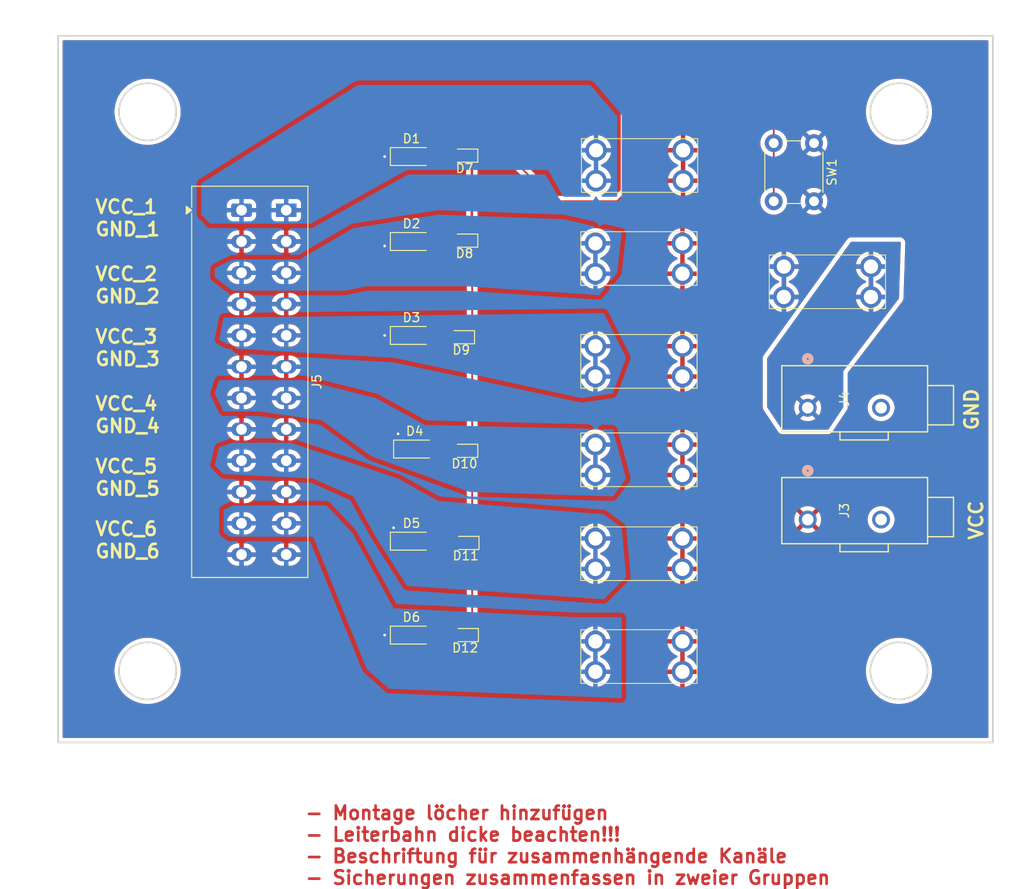
<source format=kicad_pcb>
(kicad_pcb (version 20241229) (generator "pcbnew") (generator_version "9.0")
  (layers (0 "F.Cu" signal) (2 "B.Cu" signal) (13 "F.Paste" user) (15 "B.Paste" user) (5 "F.SilkS" user "F.Silkscreen") (7 "B.SilkS" user "B.Silkscreen") (1 "F.Mask" user) (3 "B.Mask" user) (25 "Edge.Cuts" user))
  (net 0 "")
  (net 1 "/LED1")
  (net 2 "/LED2")
  (net 3 "/LED3")
  (net 4 "/LED4")
  (net 5 "/LED5")
  (net 6 "/LED6")
  (net 7 "GND")
  (net 8 "Net-(F7-B)")
  (net 9 "VCC")
  (net 10 "Net-(D10-K)")
  (net 11 "Net-(D1-OUT)")
  (net 12 "Net-(D2-OUT)")
  (net 13 "Net-(D3-OUT)")
  (net 14 "Net-(D10-A)")
  (net 15 "Net-(D11-A)")
  (net 16 "Net-(D12-A)")
  (footprint "Connector_Wago:CONN_2616-1101_WAG" (layer "F.Cu") (at 179.8 88.0834 90)
    (property "Reference" "J3" (at 1 4.099999 90) (layer "F.SilkS"))
    (property "Value" "Conn_01x01_Socket")
    (fp_line (start 4.7 -2.9) (end 4.7 13.400001) (stroke (width 0.1524)) (layer "F.SilkS"))
    (fp_line (start -2.700001 -2.9) (end 4.7 -2.9) (stroke (width 0.1524)) (layer "F.SilkS"))
    (fp_line (start -2.7 3.600003) (end -3.600001 3.600003) (stroke (width 0.1524)) (layer "F.SilkS"))
    (fp_line (start -2.7 9.000002) (end -3.600001 9.000002) (stroke (width 0.1524)) (layer "F.SilkS"))
    (fp_line (start -3.600001 9.000002) (end -3.600001 3.600003) (stroke (width 0.1524)) (layer "F.SilkS"))
    (fp_line (start 2.479997 13.400001) (end 2.479997 16.3) (stroke (width 0.1524)) (layer "F.SilkS"))
    (fp_line (start -1.920002 13.400001) (end -1.920002 16.3) (stroke (width 0.1524)) (layer "F.SilkS"))
    (fp_line (start -2.700001 13.400001) (end -2.700001 -2.9) (stroke (width 0.1524)) (layer "F.SilkS"))
    (fp_line (start -2.700001 13.400001) (end 4.7 13.400001) (stroke (width 0.1524)) (layer "F.SilkS"))
    (fp_line (start -1.920002 16.3) (end 2.479997 16.3) (stroke (width 0.1524)) (layer "F.SilkS"))
    (fp_circle (center 5.462 0) (end 5.843 0) (stroke (width 0.508)) (fill no) (layer "F.SilkS"))
    (fp_circle (center 5.462 0) (end 5.843 0) (stroke (width 0.508)) (fill no) (layer "B.SilkS"))
    (pad "1" thru_hole circle (at 0 0 90) (size 2 2) (drill 1.3) (layers "*.Cu" "*.Mask") (net 9 "VCC"))
    (pad "2" thru_hole circle (at 0 8.199999 90) (size 2 2) (drill 1.3) (layers "*.Cu" "*.Mask"))
  )
  (footprint "Diode_SMD:D_SOD-123" (layer "F.Cu") (at 135.5 67.5)
    (property "Reference" "D3" (at 0 -2 0) (layer "F.SilkS"))
    (property "Value" "~")
    (fp_line (start -2.36 -1) (end -2.36 1) (stroke (width 0.12)) (layer "F.SilkS"))
    (fp_line (start -2.36 -1) (end 1.65 -1) (stroke (width 0.12)) (layer "F.SilkS"))
    (fp_line (start -2.36 1) (end 1.65 1) (stroke (width 0.12)) (layer "F.SilkS"))
    (pad "1" smd roundrect (at -1.65 0) (size 0.9 1.2) (layers "F.Cu" "F.Mask" "F.Paste") (net 3 "/LED3"))
    (pad "2" smd roundrect (at 1.65 0) (size 0.9 1.2) (layers "F.Cu" "F.Mask" "F.Paste") (net 13 "Net-(D3-OUT)"))
  )
  (footprint "LED_SMD:LED_0603_1608Metric" (layer "F.Cu") (at 141.065 67.7 180)
    (property "Reference" "D9" (at 0 -1.43 0) (layer "F.SilkS"))
    (property "Value" "LED")
    (fp_line (start 0.8 -0.735) (end -1.485 -0.735) (stroke (width 0.12)) (layer "F.SilkS"))
    (fp_line (start -1.485 0.735) (end 0.8 0.735) (stroke (width 0.12)) (layer "F.SilkS"))
    (fp_line (start -1.485 -0.735) (end -1.485 0.735) (stroke (width 0.12)) (layer "F.SilkS"))
    (pad "1" smd roundrect (at -0.7875 0 180) (size 0.875 0.95) (layers "F.Cu" "F.Mask" "F.Paste") (net 10 "Net-(D10-K)"))
    (pad "2" smd roundrect (at 0.7875 0 180) (size 0.875 0.95) (layers "F.Cu" "F.Mask" "F.Paste") (net 13 "Net-(D3-OUT)"))
  )
  (footprint "Diode_SMD:D_SOD-123" (layer "F.Cu") (at 135.5 47.5)
    (property "Reference" "D1" (at 0 -2 0) (layer "F.SilkS"))
    (property "Value" "~")
    (fp_line (start -2.36 -1) (end -2.36 1) (stroke (width 0.12)) (layer "F.SilkS"))
    (fp_line (start -2.36 -1) (end 1.65 -1) (stroke (width 0.12)) (layer "F.SilkS"))
    (fp_line (start -2.36 1) (end 1.65 1) (stroke (width 0.12)) (layer "F.SilkS"))
    (pad "1" smd roundrect (at -1.65 0) (size 0.9 1.2) (layers "F.Cu" "F.Mask" "F.Paste") (net 1 "/LED1"))
    (pad "2" smd roundrect (at 1.65 0) (size 0.9 1.2) (layers "F.Cu" "F.Mask" "F.Paste") (net 11 "Net-(D1-OUT)"))
  )
  (footprint "Diode_SMD:D_SOD-123" (layer "F.Cu") (at 135.5 57)
    (property "Reference" "D2" (at 0 -2 0) (layer "F.SilkS"))
    (property "Value" "~")
    (fp_line (start -2.36 -1) (end -2.36 1) (stroke (width 0.12)) (layer "F.SilkS"))
    (fp_line (start -2.36 -1) (end 1.65 -1) (stroke (width 0.12)) (layer "F.SilkS"))
    (fp_line (start -2.36 1) (end 1.65 1) (stroke (width 0.12)) (layer "F.SilkS"))
    (pad "1" smd roundrect (at -1.65 0) (size 0.9 1.2) (layers "F.Cu" "F.Mask" "F.Paste") (net 2 "/LED2"))
    (pad "2" smd roundrect (at 1.65 0) (size 0.9 1.2) (layers "F.Cu" "F.Mask" "F.Paste") (net 12 "Net-(D2-OUT)"))
  )
  (footprint "Fuse:Fuse_Blade" (layer "F.Cu") (at 160.93 81.4)
    (property "Reference" "F4" (hide yes))
    (property "Value" "~" (hide yes))
    (fp_rect (start -6.5 -3) (end 6.5 3) (stroke (width 0.1)) (fill no) (layer "F.SilkS"))
    (pad "1" thru_hole circle (at -4.865 -1.7 270) (size 2.4 2.4) (drill 1.6) (layers "*.Cu" "F.Mask" "F.Paste") (net 4 "/LED4"))
    (pad "1" thru_hole circle (at -4.865 1.7 90) (size 2.4 2.4) (drill 1.6) (layers "*.Cu" "F.Mask" "F.Paste") (net 4 "/LED4"))
    (pad "2" thru_hole circle (at 4.865 -1.7 270) (size 2.4 2.4) (drill 1.6) (layers "*.Cu" "F.Mask" "F.Paste") (net 9 "VCC"))
    (pad "2" thru_hole circle (at 4.865 1.7 90) (size 2.4 2.4) (drill 1.6) (layers "*.Cu" "F.Mask" "F.Paste") (net 9 "VCC"))
  )
  (footprint "Fuse:Fuse_Blade" (layer "F.Cu") (at 160.93 58.9)
    (property "Reference" "F2" (hide yes))
    (property "Value" "~" (hide yes))
    (fp_rect (start -6.5 -3) (end 6.5 3) (stroke (width 0.1)) (fill no) (layer "F.SilkS"))
    (pad "1" thru_hole circle (at -4.865 -1.7 270) (size 2.4 2.4) (drill 1.6) (layers "*.Cu" "F.Mask" "F.Paste") (net 2 "/LED2"))
    (pad "1" thru_hole circle (at -4.865 1.7 90) (size 2.4 2.4) (drill 1.6) (layers "*.Cu" "F.Mask" "F.Paste") (net 2 "/LED2"))
    (pad "2" thru_hole circle (at 4.865 -1.7 270) (size 2.4 2.4) (drill 1.6) (layers "*.Cu" "F.Mask" "F.Paste") (net 9 "VCC"))
    (pad "2" thru_hole circle (at 4.865 1.7 90) (size 2.4 2.4) (drill 1.6) (layers "*.Cu" "F.Mask" "F.Paste") (net 9 "VCC"))
  )
  (footprint "LED_SMD:LED_0603_1608Metric" (layer "F.Cu") (at 141.43 80.4 180)
    (property "Reference" "D10" (at 0 -1.43 0) (layer "F.SilkS"))
    (property "Value" "LED")
    (fp_line (start 0.8 -0.735) (end -1.485 -0.735) (stroke (width 0.12)) (layer "F.SilkS"))
    (fp_line (start -1.485 0.735) (end 0.8 0.735) (stroke (width 0.12)) (layer "F.SilkS"))
    (fp_line (start -1.485 -0.735) (end -1.485 0.735) (stroke (width 0.12)) (layer "F.SilkS"))
    (pad "1" smd roundrect (at -0.7875 0 180) (size 0.875 0.95) (layers "F.Cu" "F.Mask" "F.Paste") (net 10 "Net-(D10-K)"))
    (pad "2" smd roundrect (at 0.7875 0 180) (size 0.875 0.95) (layers "F.Cu" "F.Mask" "F.Paste") (net 14 "Net-(D10-A)"))
  )
  (footprint "LED_SMD:LED_0603_1608Metric" (layer "F.Cu") (at 141.5 101 180)
    (property "Reference" "D12" (at 0 -1.43 0) (layer "F.SilkS"))
    (property "Value" "LED")
    (fp_line (start 0.8 -0.735) (end -1.485 -0.735) (stroke (width 0.12)) (layer "F.SilkS"))
    (fp_line (start -1.485 0.735) (end 0.8 0.735) (stroke (width 0.12)) (layer "F.SilkS"))
    (fp_line (start -1.485 -0.735) (end -1.485 0.735) (stroke (width 0.12)) (layer "F.SilkS"))
    (pad "1" smd roundrect (at -0.7875 0 180) (size 0.875 0.95) (layers "F.Cu" "F.Mask" "F.Paste") (net 10 "Net-(D10-K)"))
    (pad "2" smd roundrect (at 0.7875 0 180) (size 0.875 0.95) (layers "F.Cu" "F.Mask" "F.Paste") (net 16 "Net-(D12-A)"))
  )
  (footprint "Fuse:Fuse_Blade" (layer "F.Cu") (at 161 48.5)
    (property "Reference" "F1" (hide yes))
    (property "Value" "Fuse_Blade" (hide yes))
    (fp_rect (start -6.5 -3) (end 6.5 3) (stroke (width 0.1)) (fill no) (layer "F.SilkS"))
    (pad "1" thru_hole circle (at -4.865 -1.7 270) (size 2.4 2.4) (drill 1.6) (layers "*.Cu" "F.Mask" "F.Paste") (net 1 "/LED1"))
    (pad "1" thru_hole circle (at -4.865 1.7 90) (size 2.4 2.4) (drill 1.6) (layers "*.Cu" "F.Mask" "F.Paste") (net 1 "/LED1"))
    (pad "2" thru_hole circle (at 4.865 -1.7 270) (size 2.4 2.4) (drill 1.6) (layers "*.Cu" "F.Mask" "F.Paste") (net 9 "VCC"))
    (pad "2" thru_hole circle (at 4.865 1.7 90) (size 2.4 2.4) (drill 1.6) (layers "*.Cu" "F.Mask" "F.Paste") (net 9 "VCC"))
  )
  (footprint "Button_Switch_THT:SW_PUSH_6mm_H4.3mm" (layer "F.Cu") (at 180.5 46 -90)
    (property "Reference" "SW1" (at 3.25 -2 90) (layer "F.SilkS"))
    (property "Value" "SW_Push")
    (fp_line (start 1 5.5) (end 5.5 5.5) (stroke (width 0.12)) (layer "F.SilkS"))
    (fp_line (start 6.75 3) (end 6.75 1.5) (stroke (width 0.12)) (layer "F.SilkS"))
    (fp_line (start -0.25 1.5) (end -0.25 3) (stroke (width 0.12)) (layer "F.SilkS"))
    (fp_line (start 5.5 -1) (end 1 -1) (stroke (width 0.12)) (layer "F.SilkS"))
    (pad "1" thru_hole circle (at 0 0) (size 2 2) (drill 1.1) (layers "*.Cu" "*.Mask") (net 7 "GND"))
    (pad "1" thru_hole circle (at 6.5 0) (size 2 2) (drill 1.1) (layers "*.Cu" "*.Mask") (net 7 "GND"))
    (pad "2" thru_hole circle (at 0 4.5) (size 2 2) (drill 1.1) (layers "*.Cu" "*.Mask") (net 10 "Net-(D10-K)"))
    (pad "2" thru_hole circle (at 6.5 4.5) (size 2 2) (drill 1.1) (layers "*.Cu" "*.Mask") (net 10 "Net-(D10-K)"))
  )
  (footprint "Fuse:Fuse_Blade" (layer "F.Cu") (at 160.93 70.4)
    (property "Reference" "F3" (hide yes))
    (property "Value" "~" (hide yes))
    (fp_rect (start -6.5 -3) (end 6.5 3) (stroke (width 0.1)) (fill no) (layer "F.SilkS"))
    (pad "1" thru_hole circle (at -4.865 -1.7 270) (size 2.4 2.4) (drill 1.6) (layers "*.Cu" "F.Mask" "F.Paste") (net 3 "/LED3"))
    (pad "1" thru_hole circle (at -4.865 1.7 90) (size 2.4 2.4) (drill 1.6) (layers "*.Cu" "F.Mask" "F.Paste") (net 3 "/LED3"))
    (pad "2" thru_hole circle (at 4.865 -1.7 270) (size 2.4 2.4) (drill 1.6) (layers "*.Cu" "F.Mask" "F.Paste") (net 9 "VCC"))
    (pad "2" thru_hole circle (at 4.865 1.7 90) (size 2.4 2.4) (drill 1.6) (layers "*.Cu" "F.Mask" "F.Paste") (net 9 "VCC"))
  )
  (footprint "Diode_SMD:D_SOD-123" (layer "F.Cu") (at 135.5 90.5)
    (property "Reference" "D5" (at 0 -2 0) (layer "F.SilkS"))
    (property "Value" "~")
    (fp_line (start -2.36 -1) (end -2.36 1) (stroke (width 0.12)) (layer "F.SilkS"))
    (fp_line (start -2.36 -1) (end 1.65 -1) (stroke (width 0.12)) (layer "F.SilkS"))
    (fp_line (start -2.36 1) (end 1.65 1) (stroke (width 0.12)) (layer "F.SilkS"))
    (pad "1" smd roundrect (at -1.65 0) (size 0.9 1.2) (layers "F.Cu" "F.Mask" "F.Paste") (net 5 "/LED5"))
    (pad "2" smd roundrect (at 1.65 0) (size 0.9 1.2) (layers "F.Cu" "F.Mask" "F.Paste") (net 15 "Net-(D11-A)"))
  )
  (footprint "Fuse:Fuse_Blade" (layer "F.Cu") (at 182 61.5)
    (property "Reference" "F7" (hide yes))
    (property "Value" "~" (hide yes))
    (fp_rect (start -6.5 -3) (end 6.5 3) (stroke (width 0.1)) (fill no) (layer "F.SilkS"))
    (pad "1" thru_hole circle (at -4.865 -1.7 270) (size 2.4 2.4) (drill 1.6) (layers "*.Cu" "F.Mask" "F.Paste") (net 7 "GND"))
    (pad "1" thru_hole circle (at -4.865 1.7 90) (size 2.4 2.4) (drill 1.6) (layers "*.Cu" "F.Mask" "F.Paste") (net 7 "GND"))
    (pad "2" thru_hole circle (at 4.865 -1.7 270) (size 2.4 2.4) (drill 1.6) (layers "*.Cu" "F.Mask" "F.Paste") (net 8 "Net-(F7-B)"))
    (pad "2" thru_hole circle (at 4.865 1.7 90) (size 2.4 2.4) (drill 1.6) (layers "*.Cu" "F.Mask" "F.Paste") (net 8 "Net-(F7-B)"))
  )
  (footprint "Diode_SMD:D_SOD-123" (layer "F.Cu") (at 135.5 101)
    (property "Reference" "D6" (at 0 -2 0) (layer "F.SilkS"))
    (property "Value" "~")
    (fp_line (start -2.36 -1) (end -2.36 1) (stroke (width 0.12)) (layer "F.SilkS"))
    (fp_line (start -2.36 -1) (end 1.65 -1) (stroke (width 0.12)) (layer "F.SilkS"))
    (fp_line (start -2.36 1) (end 1.65 1) (stroke (width 0.12)) (layer "F.SilkS"))
    (pad "1" smd roundrect (at -1.65 0) (size 0.9 1.2) (layers "F.Cu" "F.Mask" "F.Paste") (net 6 "/LED6"))
    (pad "2" smd roundrect (at 1.65 0) (size 0.9 1.2) (layers "F.Cu" "F.Mask" "F.Paste") (net 16 "Net-(D12-A)"))
  )
  (footprint "Fuse:Fuse_Blade" (layer "F.Cu") (at 160.93 91.9)
    (property "Reference" "F5" (hide yes))
    (property "Value" "~" (hide yes))
    (fp_rect (start -6.5 -3) (end 6.5 3) (stroke (width 0.1)) (fill no) (layer "F.SilkS"))
    (pad "1" thru_hole circle (at -4.865 -1.7 270) (size 2.4 2.4) (drill 1.6) (layers "*.Cu" "F.Mask" "F.Paste") (net 5 "/LED5"))
    (pad "1" thru_hole circle (at -4.865 1.7 90) (size 2.4 2.4) (drill 1.6) (layers "*.Cu" "F.Mask" "F.Paste") (net 5 "/LED5"))
    (pad "2" thru_hole circle (at 4.865 -1.7 270) (size 2.4 2.4) (drill 1.6) (layers "*.Cu" "F.Mask" "F.Paste") (net 9 "VCC"))
    (pad "2" thru_hole circle (at 4.865 1.7 90) (size 2.4 2.4) (drill 1.6) (layers "*.Cu" "F.Mask" "F.Paste") (net 9 "VCC"))
  )
  (footprint "TerminalBlock_WAGO:TerminalBlock_WAGO_2601-3112_1x12_P3.50mm_Vertical" (layer "F.Cu") (at 116.5 53.5 -90)
    (property "Reference" "J5" (at 19.19 -8.42 90) (layer "F.SilkS"))
    (property "Value" "Conn_01x12_Socket")
    (fp_line (start -2.68 5.57) (end -2.68 -7.42) (stroke (width 0.12)) (layer "F.SilkS"))
    (fp_line (start -0.3 5.57) (end -2.68 5.57) (stroke (width 0.12)) (layer "F.SilkS"))
    (fp_line (start 41.06 5.57) (end 0.3 5.57) (stroke (width 0.12)) (layer "F.SilkS"))
    (fp_line (start -2.68 -7.42) (end 41.06 -7.42) (stroke (width 0.12)) (layer "F.SilkS"))
    (fp_line (start 41.06 -7.42) (end 41.06 5.57) (stroke (width 0.12)) (layer "F.SilkS"))
    (fp_poly (pts (xy 0 5.57) (xy 0.44 6.18) (xy -0.44 6.18)) (stroke (width 0.12)) (fill yes) (layer "F.SilkS"))
    (pad "1" thru_hole rect (at 0 -5 270) (size 1.5 2.3) (drill 1.2) (layers "*.Cu" "*.Mask") (net 1 "/LED1"))
    (pad "1" thru_hole roundrect (at 0 0 270) (size 1.5 2.3) (drill 1.2) (layers "*.Cu" "*.Mask") (roundrect_rratio 0.166667) (net 1 "/LED1"))
    (pad "2" thru_hole oval (at 3.5 -5 270) (size 1.5 2.3) (drill 1.2) (layers "*.Cu" "*.Mask") (net 7 "GND"))
    (pad "2" thru_hole oval (at 3.5 0 270) (size 1.5 2.3) (drill 1.2) (layers "*.Cu" "*.Mask") (net 7 "GND"))
    (pad "3" thru_hole oval (at 7 -5 270) (size 1.5 2.3) (drill 1.2) (layers "*.Cu" "*.Mask") (net 2 "/LED2"))
    (pad "3" thru_hole oval (at 7 0 270) (size 1.5 2.3) (drill 1.2) (layers "*.Cu" "*.Mask") (net 2 "/LED2"))
    (pad "4" thru_hole oval (at 10.5 -5 270) (size 1.5 2.3) (drill 1.2) (layers "*.Cu" "*.Mask") (net 7 "GND"))
    (pad "4" thru_hole oval (at 10.5 0 270) (size 1.5 2.3) (drill 1.2) (layers "*.Cu" "*.Mask") (net 7 "GND"))
    (pad "5" thru_hole oval (at 14 -5 270) (size 1.5 2.3) (drill 1.2) (layers "*.Cu" "*.Mask") (net 3 "/LED3"))
    (pad "5" thru_hole oval (at 14 0 270) (size 1.5 2.3) (drill 1.2) (layers "*.Cu" "*.Mask") (net 3 "/LED3"))
    (pad "6" thru_hole oval (at 17.5 -5 270) (size 1.5 2.3) (drill 1.2) (layers "*.Cu" "*.Mask") (net 7 "GND"))
    (pad "6" thru_hole oval (at 17.5 0 270) (size 1.5 2.3) (drill 1.2) (layers "*.Cu" "*.Mask") (net 7 "GND"))
    (pad "7" thru_hole oval (at 21 -5 270) (size 1.5 2.3) (drill 1.2) (layers "*.Cu" "*.Mask") (net 4 "/LED4"))
    (pad "7" thru_hole oval (at 21 0 270) (size 1.5 2.3) (drill 1.2) (layers "*.Cu" "*.Mask") (net 4 "/LED4"))
    (pad "8" thru_hole oval (at 24.5 -5 270) (size 1.5 2.3) (drill 1.2) (layers "*.Cu" "*.Mask") (net 7 "GND"))
    (pad "8" thru_hole oval (at 24.5 0 270) (size 1.5 2.3) (drill 1.2) (layers "*.Cu" "*.Mask") (net 7 "GND"))
    (pad "9" thru_hole oval (at 28 -5 270) (size 1.5 2.3) (drill 1.2) (layers "*.Cu" "*.Mask") (net 5 "/LED5"))
    (pad "9" thru_hole oval (at 28 0 270) (size 1.5 2.3) (drill 1.2) (layers "*.Cu" "*.Mask") (net 5 "/LED5"))
    (pad "10" thru_hole oval (at 31.5 -5 270) (size 1.5 2.3) (drill 1.2) (layers "*.Cu" "*.Mask") (net 7 "GND"))
    (pad "10" thru_hole oval (at 31.5 0 270) (size 1.5 2.3) (drill 1.2) (layers "*.Cu" "*.Mask") (net 7 "GND"))
    (pad "11" thru_hole oval (at 35 -5 270) (size 1.5 2.3) (drill 1.2) (layers "*.Cu" "*.Mask") (net 6 "/LED6"))
    (pad "11" thru_hole oval (at 35 0 270) (size 1.5 2.3) (drill 1.2) (layers "*.Cu" "*.Mask") (net 6 "/LED6"))
    (pad "12" thru_hole oval (at 38.5 -5 270) (size 1.5 2.3) (drill 1.2) (layers "*.Cu" "*.Mask") (net 7 "GND"))
    (pad "12" thru_hole oval (at 38.5 0 270) (size 1.5 2.3) (drill 1.2) (layers "*.Cu" "*.Mask") (net 7 "GND"))
  )
  (footprint "LED_SMD:LED_0603_1608Metric" (layer "F.Cu") (at 141.43 56.9 180)
    (property "Reference" "D8" (at 0 -1.43 0) (layer "F.SilkS"))
    (property "Value" "LED")
    (fp_line (start 0.8 -0.735) (end -1.485 -0.735) (stroke (width 0.12)) (layer "F.SilkS"))
    (fp_line (start -1.485 0.735) (end 0.8 0.735) (stroke (width 0.12)) (layer "F.SilkS"))
    (fp_line (start -1.485 -0.735) (end -1.485 0.735) (stroke (width 0.12)) (layer "F.SilkS"))
    (pad "1" smd roundrect (at -0.7875 0 180) (size 0.875 0.95) (layers "F.Cu" "F.Mask" "F.Paste") (net 10 "Net-(D10-K)"))
    (pad "2" smd roundrect (at 0.7875 0 180) (size 0.875 0.95) (layers "F.Cu" "F.Mask" "F.Paste") (net 12 "Net-(D2-OUT)"))
  )
  (footprint "Connector_Wago:CONN_2616-1101_WAG" (layer "F.Cu") (at 179.8 75.5834 90)
    (property "Reference" "J4" (at 1 4.099999 90) (layer "F.SilkS"))
    (property "Value" "Conn_01x01_Socket")
    (fp_line (start 4.7 -2.9) (end 4.7 13.400001) (stroke (width 0.1524)) (layer "F.SilkS"))
    (fp_line (start -2.700001 -2.9) (end 4.7 -2.9) (stroke (width 0.1524)) (layer "F.SilkS"))
    (fp_line (start -2.7 3.600003) (end -3.600001 3.600003) (stroke (width 0.1524)) (layer "F.SilkS"))
    (fp_line (start -2.7 9.000002) (end -3.600001 9.000002) (stroke (width 0.1524)) (layer "F.SilkS"))
    (fp_line (start -3.600001 9.000002) (end -3.600001 3.600003) (stroke (width 0.1524)) (layer "F.SilkS"))
    (fp_line (start 2.479997 13.400001) (end 2.479997 16.3) (stroke (width 0.1524)) (layer "F.SilkS"))
    (fp_line (start -1.920002 13.400001) (end -1.920002 16.3) (stroke (width 0.1524)) (layer "F.SilkS"))
    (fp_line (start -2.700001 13.400001) (end -2.700001 -2.9) (stroke (width 0.1524)) (layer "F.SilkS"))
    (fp_line (start -2.700001 13.400001) (end 4.7 13.400001) (stroke (width 0.1524)) (layer "F.SilkS"))
    (fp_line (start -1.920002 16.3) (end 2.479997 16.3) (stroke (width 0.1524)) (layer "F.SilkS"))
    (fp_circle (center 5.462 0) (end 5.843 0) (stroke (width 0.508)) (fill no) (layer "F.SilkS"))
    (fp_circle (center 5.462 0) (end 5.843 0) (stroke (width 0.508)) (fill no) (layer "B.SilkS"))
    (pad "1" thru_hole circle (at 0 0 90) (size 2 2) (drill 1.3) (layers "*.Cu" "*.Mask") (net 8 "Net-(F7-B)"))
    (pad "2" thru_hole circle (at 0 8.199999 90) (size 2 2) (drill 1.3) (layers "*.Cu" "*.Mask"))
  )
  (footprint "Diode_SMD:D_SOD-123" (layer "F.Cu") (at 135.865 80.2)
    (property "Reference" "D4" (at 0 -2 0) (layer "F.SilkS"))
    (property "Value" "~")
    (fp_line (start -2.36 -1) (end -2.36 1) (stroke (width 0.12)) (layer "F.SilkS"))
    (fp_line (start -2.36 -1) (end 1.65 -1) (stroke (width 0.12)) (layer "F.SilkS"))
    (fp_line (start -2.36 1) (end 1.65 1) (stroke (width 0.12)) (layer "F.SilkS"))
    (pad "1" smd roundrect (at -1.65 0) (size 0.9 1.2) (layers "F.Cu" "F.Mask" "F.Paste") (net 4 "/LED4"))
    (pad "2" smd roundrect (at 1.65 0) (size 0.9 1.2) (layers "F.Cu" "F.Mask" "F.Paste") (net 14 "Net-(D10-A)"))
  )
  (footprint "Fuse:Fuse_Blade" (layer "F.Cu") (at 160.93 103.4)
    (property "Reference" "F6" (hide yes))
    (property "Value" "~" (hide yes))
    (fp_rect (start -6.5 -3) (end 6.5 3) (stroke (width 0.1)) (fill no) (layer "F.SilkS"))
    (pad "1" thru_hole circle (at -4.865 -1.7 270) (size 2.4 2.4) (drill 1.6) (layers "*.Cu" "F.Mask" "F.Paste") (net 6 "/LED6"))
    (pad "1" thru_hole circle (at -4.865 1.7 90) (size 2.4 2.4) (drill 1.6) (layers "*.Cu" "F.Mask" "F.Paste") (net 6 "/LED6"))
    (pad "2" thru_hole circle (at 4.865 -1.7 270) (size 2.4 2.4) (drill 1.6) (layers "*.Cu" "F.Mask" "F.Paste") (net 9 "VCC"))
    (pad "2" thru_hole circle (at 4.865 1.7 90) (size 2.4 2.4) (drill 1.6) (layers "*.Cu" "F.Mask" "F.Paste") (net 9 "VCC"))
  )
  (footprint "LED_SMD:LED_0603_1608Metric" (layer "F.Cu") (at 141.565 90.7 180)
    (property "Reference" "D11" (at 0 -1.43 0) (layer "F.SilkS"))
    (property "Value" "LED")
    (fp_line (start 0.8 -0.735) (end -1.485 -0.735) (stroke (width 0.12)) (layer "F.SilkS"))
    (fp_line (start -1.485 0.735) (end 0.8 0.735) (stroke (width 0.12)) (layer "F.SilkS"))
    (fp_line (start -1.485 -0.735) (end -1.485 0.735) (stroke (width 0.12)) (layer "F.SilkS"))
    (pad "1" smd roundrect (at -0.7875 0 180) (size 0.875 0.95) (layers "F.Cu" "F.Mask" "F.Paste") (net 10 "Net-(D10-K)"))
    (pad "2" smd roundrect (at 0.7875 0 180) (size 0.875 0.95) (layers "F.Cu" "F.Mask" "F.Paste") (net 15 "Net-(D11-A)"))
  )
  (footprint "LED_SMD:LED_0603_1608Metric" (layer "F.Cu") (at 141.43 47.4 180)
    (property "Reference" "D7" (at 0 -1.43 0) (layer "F.SilkS"))
    (property "Value" "LED")
    (fp_line (start 0.8 -0.735) (end -1.485 -0.735) (stroke (width 0.12)) (layer "F.SilkS"))
    (fp_line (start -1.485 0.735) (end 0.8 0.735) (stroke (width 0.12)) (layer "F.SilkS"))
    (fp_line (start -1.485 -0.735) (end -1.485 0.735) (stroke (width 0.12)) (layer "F.SilkS"))
    (pad "1" smd roundrect (at -0.7875 0 180) (size 0.875 0.95) (layers "F.Cu" "F.Mask" "F.Paste") (net 10 "Net-(D10-K)"))
    (pad "2" smd roundrect (at 0.7875 0 180) (size 0.875 0.95) (layers "F.Cu" "F.Mask" "F.Paste") (net 11 "Net-(D1-OUT)"))
  )
  (gr_circle (center 190 105) (end 193.2 105) (stroke (width 0.2)) (fill no) (layer "Edge.Cuts"))
  (gr_circle (center 106 42.5) (end 109.2 42.5) (stroke (width 0.2)) (fill no) (layer "Edge.Cuts"))
  (gr_circle (center 106 105) (end 109.2 105) (stroke (width 0.2)) (fill no) (layer "Edge.Cuts"))
  (gr_circle (center 190 42.5) (end 193.2 42.5) (stroke (width 0.2)) (fill no) (layer "Edge.Cuts"))
  (gr_rect (start 96 34) (end 200.5 113) (stroke (width 0.2)) (fill no) (layer "Edge.Cuts"))
  (gr_text "- Montage löcher hinzufügen\n- Leiterbahn dicke beachten!!!\n- Beschriftung für zusammenhängende Kanäle\n- Sicherungen zusammenfassen in zweier Gruppen" (at 123.5 129 0) (layer "F.Cu") (effects (font (size 1.5 1.5) (thickness 0.3) (bold yes)) (justify left bottom)))
  (gr_text "GND_1" (at 100 56.5 0) (layer "F.SilkS") (effects (font (size 1.5 1.5) (thickness 0.3) (bold yes)) (justify left bottom)))
  (gr_text "VCC_6" (at 100 90 0) (layer "F.SilkS") (effects (font (size 1.5 1.5) (thickness 0.3) (bold yes)) (justify left bottom)))
  (gr_text "GND_6" (at 100 92.5 0) (layer "F.SilkS") (effects (font (size 1.5 1.5) (thickness 0.3) (bold yes)) (justify left bottom)))
  (gr_text "VCC_3" (at 100 68.5 0) (layer "F.SilkS") (effects (font (size 1.5 1.5) (thickness 0.3) (bold yes)) (justify left bottom)))
  (gr_text "GND" (at 199 78.258799 90) (layer "F.SilkS") (effects (font (size 1.5 1.5) (thickness 0.3) (bold yes)) (justify left bottom)))
  (gr_text "GND_4" (at 100 78.5 0) (layer "F.SilkS") (effects (font (size 1.5 1.5) (thickness 0.3) (bold yes)) (justify left bottom)))
  (gr_text "VCC_1\n" (at 100 54 0) (layer "F.SilkS") (effects (font (size 1.5 1.5) (thickness 0.3) (bold yes)) (justify left bottom)))
  (gr_text "VCC" (at 199.5 90.5 90) (layer "F.SilkS") (effects (font (size 1.5 1.5) (thickness 0.3) (bold yes)) (justify left bottom)))
  (gr_text "VCC_4" (at 100 76 0) (layer "F.SilkS") (effects (font (size 1.5 1.5) (thickness 0.3) (bold yes)) (justify left bottom)))
  (gr_text "GND_5" (at 100 85.5 0) (layer "F.SilkS") (effects (font (size 1.5 1.5) (thickness 0.3) (bold yes)) (justify left bottom)))
  (gr_text "GND_2" (at 100 64 0) (layer "F.SilkS") (effects (font (size 1.5 1.5) (thickness 0.3) (bold yes)) (justify left bottom)))
  (gr_text "GND_3" (at 100 71 0) (layer "F.SilkS") (effects (font (size 1.5 1.5) (thickness 0.3) (bold yes)) (justify left bottom)))
  (gr_text "VCC_5" (at 100 83 0) (layer "F.SilkS") (effects (font (size 1.5 1.5) (thickness 0.3) (bold yes)) (justify left bottom)))
  (gr_text "VCC_2" (at 100 61.5 0) (layer "F.SilkS") (effects (font (size 1.5 1.5) (thickness 0.3) (bold yes)) (justify left bottom)))
  (segment (start 132.5 47.5) (end 133.85 47.5) (width 0.2) (layer "F.Cu") (net 1))
  (via (at 132.5 47.5) (size 0.6) (drill 0.3) (layers "F.Cu" "B.Cu") (net 1))
  (segment (start 133.35 57.5) (end 133.85 57) (width 0.2) (layer "F.Cu") (net 2))
  (segment (start 132.5 57.5) (end 133.35 57.5) (width 0.2) (layer "F.Cu") (net 2))
  (via (at 132.5 57.5) (size 0.6) (drill 0.3) (layers "F.Cu" "B.Cu") (net 2))
  (segment (start 132.5 67.5) (end 133.85 67.5) (width 0.2) (layer "F.Cu") (net 3))
  (via (at 132.5 67.5) (size 0.6) (drill 0.3) (layers "F.Cu" "B.Cu") (net 3))
  (segment (start 134 78.5) (end 134 79.985) (width 0.2) (layer "F.Cu") (net 4))
  (segment (start 134 79.985) (end 134.215 80.2) (width 0.2) (layer "F.Cu") (net 4))
  (via (at 134 78.5) (size 0.6) (drill 0.3) (layers "F.Cu" "B.Cu") (net 4))
  (segment (start 133.5 90.15) (end 133.85 90.5) (width 0.2) (layer "F.Cu") (net 5))
  (segment (start 133.5 89) (end 133.5 90.15) (width 0.2) (layer "F.Cu") (net 5))
  (via (at 133.5 89) (size 0.6) (drill 0.3) (layers "F.Cu" "B.Cu") (net 5))
  (segment (start 132.5 101) (end 133.85 101) (width 0.2) (layer "F.Cu") (net 6))
  (via (at 132.5 101) (size 0.6) (drill 0.3) (layers "F.Cu" "B.Cu") (net 6))
  (segment (start 159.5 51.5) (end 159.5 40) (width 0.2) (layer "F.Cu") (net 10))
  (segment (start 173 38.5) (end 176 41.5) (width 0.2) (layer "F.Cu") (net 10))
  (segment (start 142.2175 47.4) (end 142.2175 56.9) (width 0.2) (layer "F.Cu") (net 10))
  (segment (start 176 41.5) (end 176 46) (width 0.2) (layer "F.Cu") (net 10))
  (segment (start 146.4 47.4) (end 151.5 52.5) (width 0.2) (layer "F.Cu") (net 10))
  (segment (start 159.5 40) (end 161 38.5) (width 0.2) (layer "F.Cu") (net 10))
  (segment (start 142.2875 47.47) (end 142.2175 47.4) (width 0.2) (layer "F.Cu") (net 10))
  (segment (start 142.2875 101) (end 142.2875 47.47) (width 0.2) (layer "F.Cu") (net 10))
  (segment (start 151.5 52.5) (end 158.5 52.5) (width 0.2) (layer "F.Cu") (net 10))
  (segment (start 158.5 52.5) (end 159.5 51.5) (width 0.2) (layer "F.Cu") (net 10))
  (segment (start 176 46) (end 176 52.5) (width 0.2) (layer "F.Cu") (net 10))
  (segment (start 142.2175 47.4) (end 146.4 47.4) (width 0.2) (layer "F.Cu") (net 10))
  (segment (start 161 38.5) (end 173 38.5) (width 0.2) (layer "F.Cu") (net 10))
  (segment (start 140.5425 47.5) (end 140.6425 47.4) (width 0.2) (layer "F.Cu") (net 11))
  (segment (start 137.15 47.5) (end 140.5425 47.5) (width 0.2) (layer "F.Cu") (net 11))
  (segment (start 137.15 57) (end 140.5425 57) (width 0.2) (layer "F.Cu") (net 12))
  (segment (start 140.5425 57) (end 140.6425 56.9) (width 0.2) (layer "F.Cu") (net 12))
  (segment (start 137.15 67.5) (end 140.0775 67.5) (width 0.2) (layer "F.Cu") (net 13))
  (segment (start 140.0775 67.5) (end 140.2775 67.7) (width 0.2) (layer "F.Cu") (net 13))
  (segment (start 140.4425 80.2) (end 140.6425 80.4) (width 0.2) (layer "F.Cu") (net 14))
  (segment (start 137.515 80.2) (end 140.4425 80.2) (width 0.2) (layer "F.Cu") (net 14))
  (segment (start 137.15 90.5) (end 140.5775 90.5) (width 0.2) (layer "F.Cu") (net 15))
  (segment (start 140.5775 90.5) (end 140.7775 90.7) (width 0.2) (layer "F.Cu") (net 15))
  (segment (start 137.15 101) (end 140.7125 101) (width 0.2) (layer "F.Cu") (net 16))
  (zone (net 9) (net_name "VCC") (layer "F.Cu") (priority 9) (connect_pads (clearance 0.5)) (min_thickness 0.25) (fill yes (thermal_gap 0.5) (thermal_bridge_width 0.5))
    (polygon (pts (xy 163 41) (xy 163 107) (xy 165 109.5) (xy 168.5 109.5) (xy 170.5 107) (xy 170.5 92.5) (xy 173.5 90.5) (xy 181 90.5) (xy 183 89) (xy 183 86) (xy 182 84.5) (xy 173.5 84.5) (xy 170 81.5) (xy 170 42.5) (xy 168.5 40) (xy 164.5 40)))
  )
  (zone (net 7) (net_name "GND") (layer "F.Cu") (priority 1) (connect_pads (clearance 0.5)) (min_thickness 0.25) (fill yes (thermal_gap 0.5) (thermal_bridge_width 0.5) (island_removal_mode 1) (island_area_min 10))
    (polygon (pts (xy 93.5 30) (xy 201.5 30.5) (xy 202.5 117) (xy 94 116)))
  )
  (zone (net 8) (net_name "Net-(F7-B)") (layers "F.Cu" "B.Cu") (priority 2) (connect_pads (clearance 0.5)) (min_thickness 0.25) (fill yes (thermal_gap 0.5) (thermal_bridge_width 0.5) (island_removal_mode 1) (island_area_min 10))
    (polygon (pts (xy 190.210373 57.035211) (xy 190 63.36435) (xy 183.770688 71.5) (xy 183.770688 75.535211) (xy 182.104021 78.035211) (xy 176.937355 78.035211) (xy 175.270688 75.535211) (xy 175.270688 70.035211) (xy 184.630688 57.035211)))
  )
  (zone (net 7) (net_name "GND") (layer "B.Cu") (priority 1) (connect_pads (clearance 0.5)) (min_thickness 0.25) (fill yes (thermal_gap 0.5) (thermal_bridge_width 0.5))
    (polygon (pts (xy 89.5 30.5) (xy 204 32.5) (xy 203 115) (xy 92 113.5)))
  )
  (zone (net 1) (net_name "/LED1") (layer "B.Cu") (priority 9) (connect_pads (clearance 0.5)) (min_thickness 0.25) (fill yes (thermal_gap 0.5) (thermal_bridge_width 0.5))
    (polygon (pts (xy 152.500016 52) (xy 158.5 52) (xy 158.5 43) (xy 155.5 39.5) (xy 129.5 39.5) (xy 112 50.5) (xy 112 54) (xy 113 55) (xy 124.230774 55) (xy 135 49) (xy 135 49) (xy 135 49) (xy 150.750016 49)))
  )
  (zone (net 6) (net_name "/LED6") (layer "B.Cu") (priority 9) (connect_pads (clearance 0.5)) (min_thickness 0.25) (fill yes (thermal_gap 0.5) (thermal_bridge_width 0.5))
    (polygon (pts (xy 154 99) (xy 159 99) (xy 159 108.061224) (xy 132.995859 106.999831) (xy 130.5 104.800912) (xy 124.515185 90.013497) (xy 115.161308 90) (xy 114.5 89.5) (xy 114.5 87) (xy 115.5 86.5) (xy 125.999999 86.5) (xy 128.907626 89.592374) (xy 133.5 98)))
  )
  (zone (net 5) (net_name "/LED5") (layer "B.Cu") (priority 9) (connect_pads (clearance 0.5)) (min_thickness 0.25) (fill yes (thermal_gap 0.5) (thermal_bridge_width 0.5))
    (polygon (pts (xy 115.5 79.5) (xy 122 79.5) (xy 134 83.5) (xy 138.5 86) (xy 157 87.5) (xy 159 89) (xy 159.5 94.5) (xy 157 97) (xy 135 95.5) (xy 131.5 90) (xy 129 85.5) (xy 124.5 83.5) (xy 114.5 83) (xy 113.5 82) (xy 114 80)))
  )
  (zone (net 2) (net_name "/LED2") (layer "B.Cu") (priority 9) (connect_pads (clearance 0.5)) (min_thickness 0.25) (fill yes (thermal_gap 0.5) (thermal_bridge_width 0.5) (island_removal_mode 1) (island_area_min 10))
    (polygon (pts (xy 128 62.5) (xy 130.5 62) (xy 141.5 62) (xy 156.5 63) (xy 158.5 60.5) (xy 159 56) (xy 152.5 54.5) (xy 138.5 54) (xy 129 55.5) (xy 123 59) (xy 115.5 59) (xy 113.5 60) (xy 113.5 61) (xy 115.5 62.5)))
  )
  (zone (net 4) (net_name "/LED4") (layer "B.Cu") (priority 9) (connect_pads (clearance 0.5)) (min_thickness 0.25) (fill yes (thermal_gap 0.5) (thermal_bridge_width 0.5))
    (polygon (pts (xy 114 72.5) (xy 123.5 72.5) (xy 131.5 74.5) (xy 137 77.5) (xy 158 78) (xy 159.5 83.5) (xy 158 85.5) (xy 142 85) (xy 131 81) (xy 125.5 77) (xy 118.5 76) (xy 114.5 76) (xy 113.5 74)))
  )
  (zone (net 3) (net_name "/LED3") (layer "B.Cu") (priority 9) (connect_pads (clearance 0.5)) (min_thickness 0.25) (fill yes (thermal_gap 0.5) (thermal_bridge_width 0.5))
    (polygon (pts (xy 154.5 74.5) (xy 158 74) (xy 159.5 70) (xy 157 65) (xy 114.5 65.5) (xy 114 68) (xy 116 69) (xy 133.5 70) (xy 143 72)))
  )
)
</source>
